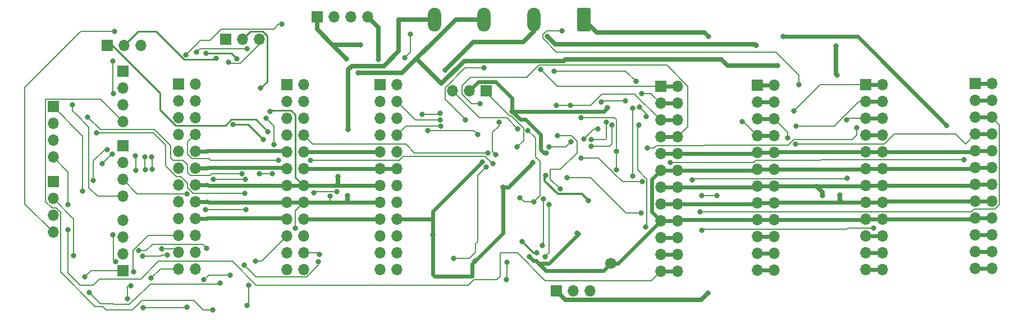
<source format=gbl>
%TF.GenerationSoftware,KiCad,Pcbnew,(6.0.2)*%
%TF.CreationDate,2022-03-04T11:59:50-06:00*%
%TF.ProjectId,rev1,72657631-2e6b-4696-9361-645f70636258,rev?*%
%TF.SameCoordinates,Original*%
%TF.FileFunction,Copper,L2,Bot*%
%TF.FilePolarity,Positive*%
%FSLAX46Y46*%
G04 Gerber Fmt 4.6, Leading zero omitted, Abs format (unit mm)*
G04 Created by KiCad (PCBNEW (6.0.2)) date 2022-03-04 11:59:50*
%MOMM*%
%LPD*%
G01*
G04 APERTURE LIST*
G04 Aperture macros list*
%AMRoundRect*
0 Rectangle with rounded corners*
0 $1 Rounding radius*
0 $2 $3 $4 $5 $6 $7 $8 $9 X,Y pos of 4 corners*
0 Add a 4 corners polygon primitive as box body*
4,1,4,$2,$3,$4,$5,$6,$7,$8,$9,$2,$3,0*
0 Add four circle primitives for the rounded corners*
1,1,$1+$1,$2,$3*
1,1,$1+$1,$4,$5*
1,1,$1+$1,$6,$7*
1,1,$1+$1,$8,$9*
0 Add four rect primitives between the rounded corners*
20,1,$1+$1,$2,$3,$4,$5,0*
20,1,$1+$1,$4,$5,$6,$7,0*
20,1,$1+$1,$6,$7,$8,$9,0*
20,1,$1+$1,$8,$9,$2,$3,0*%
G04 Aperture macros list end*
%TA.AperFunction,ComponentPad*%
%ADD10R,1.700000X1.700000*%
%TD*%
%TA.AperFunction,ComponentPad*%
%ADD11O,1.700000X1.700000*%
%TD*%
%TA.AperFunction,ComponentPad*%
%ADD12C,1.700000*%
%TD*%
%TA.AperFunction,ComponentPad*%
%ADD13RoundRect,0.250000X0.750000X1.550000X-0.750000X1.550000X-0.750000X-1.550000X0.750000X-1.550000X0*%
%TD*%
%TA.AperFunction,ComponentPad*%
%ADD14O,2.000000X3.600000*%
%TD*%
%TA.AperFunction,ViaPad*%
%ADD15C,0.800000*%
%TD*%
%TA.AperFunction,Conductor*%
%ADD16C,0.609600*%
%TD*%
%TA.AperFunction,Conductor*%
%ADD17C,0.304800*%
%TD*%
%TA.AperFunction,Conductor*%
%ADD18C,0.709600*%
%TD*%
%TA.AperFunction,Conductor*%
%ADD19C,0.250000*%
%TD*%
%TA.AperFunction,Conductor*%
%ADD20C,0.152400*%
%TD*%
G04 APERTURE END LIST*
D10*
%TO.P,J16,1,Pin_1*%
%TO.N,SWCLK*%
X189394080Y-108560320D03*
D11*
%TO.P,J16,2,Pin_2*%
%TO.N,GND*%
X186854080Y-108560320D03*
%TO.P,J16,3,Pin_3*%
%TO.N,SWDIO*%
X184314080Y-108560320D03*
%TD*%
D12*
%TO.P,J14,1,Pin_1*%
%TO.N,GND*%
X208185000Y-134575000D03*
%TD*%
D10*
%TO.P,J15,1,Pin_1*%
%TO.N,PI_DAC_L*%
X132275000Y-101700000D03*
D11*
%TO.P,J15,2,Pin_2*%
%TO.N,GND*%
X134815000Y-101700000D03*
%TO.P,J15,3,Pin_3*%
%TO.N,PI_DAC_R*%
X137355000Y-101700000D03*
%TD*%
D10*
%TO.P,J18,1,Pin_1*%
%TO.N,TRIG_A*%
X159310000Y-107600000D03*
D11*
%TO.P,J18,2,Pin_2*%
X161850000Y-107600000D03*
%TO.P,J18,3,Pin_3*%
%TO.N,SDL_A*%
X159310000Y-110140000D03*
%TO.P,J18,4,Pin_4*%
X161850000Y-110140000D03*
%TO.P,J18,5,Pin_5*%
%TO.N,SDA_A*%
X159310000Y-112680000D03*
%TO.P,J18,6,Pin_6*%
X161850000Y-112680000D03*
%TO.P,J18,7,Pin_7*%
%TO.N,DET_A*%
X159310000Y-115220000D03*
%TO.P,J18,8,Pin_8*%
X161850000Y-115220000D03*
%TO.P,J18,9,Pin_9*%
%TO.N,5V*%
X159310000Y-117760000D03*
%TO.P,J18,10,Pin_10*%
X161850000Y-117760000D03*
%TO.P,J18,11,Pin_11*%
%TO.N,GND*%
X159310000Y-120300000D03*
%TO.P,J18,12,Pin_12*%
X161850000Y-120300000D03*
%TO.P,J18,13,Pin_13*%
%TO.N,-12V*%
X159310000Y-122840000D03*
%TO.P,J18,14,Pin_14*%
X161850000Y-122840000D03*
%TO.P,J18,15,Pin_15*%
%TO.N,+12V*%
X159310000Y-125380000D03*
%TO.P,J18,16,Pin_16*%
X161850000Y-125380000D03*
%TO.P,J18,17,Pin_17*%
%TO.N,GND*%
X159310000Y-127920000D03*
%TO.P,J18,18,Pin_18*%
X161850000Y-127920000D03*
%TO.P,J18,19,Pin_19*%
%TO.N,A_IN_A*%
X159310000Y-130460000D03*
%TO.P,J18,20,Pin_20*%
X161850000Y-130460000D03*
%TO.P,J18,21,Pin_21*%
%TO.N,A_OUT_R_A*%
X159310000Y-133000000D03*
%TO.P,J18,22,Pin_22*%
X161850000Y-133000000D03*
%TO.P,J18,23,Pin_23*%
%TO.N,A_OUT_L_A*%
X159310000Y-135540000D03*
%TO.P,J18,24,Pin_24*%
X161850000Y-135540000D03*
%TD*%
D10*
%TO.P,J7,1,Pin_1*%
%TO.N,Net-(J7-Pad1)*%
X134600000Y-135740000D03*
D11*
%TO.P,J7,2,Pin_2*%
%TO.N,Net-(J7-Pad2)*%
X134600000Y-133200000D03*
%TO.P,J7,3,Pin_3*%
%TO.N,Net-(J7-Pad3)*%
X134600000Y-130660000D03*
%TO.P,J7,4,Pin_4*%
%TO.N,A_OUT_L_1*%
X134600000Y-128120000D03*
%TD*%
D10*
%TO.P,J5,1,Pin_1*%
%TO.N,GPIO9*%
X246615000Y-107615000D03*
D11*
%TO.P,J5,2,Pin_2*%
X249155000Y-107615000D03*
%TO.P,J5,3,Pin_3*%
%TO.N,GPIO7*%
X246615000Y-110155000D03*
%TO.P,J5,4,Pin_4*%
X249155000Y-110155000D03*
%TO.P,J5,5,Pin_5*%
%TO.N,GPIO6*%
X246615000Y-112695000D03*
%TO.P,J5,6,Pin_6*%
X249155000Y-112695000D03*
%TO.P,J5,7,Pin_7*%
%TO.N,DET_2*%
X246615000Y-115235000D03*
%TO.P,J5,8,Pin_8*%
X249155000Y-115235000D03*
%TO.P,J5,9,Pin_9*%
%TO.N,5V*%
X246615000Y-117775000D03*
%TO.P,J5,10,Pin_10*%
X249155000Y-117775000D03*
%TO.P,J5,11,Pin_11*%
%TO.N,GND*%
X246615000Y-120315000D03*
%TO.P,J5,12,Pin_12*%
X249155000Y-120315000D03*
%TO.P,J5,13,Pin_13*%
%TO.N,-12V*%
X246615000Y-122855000D03*
%TO.P,J5,14,Pin_14*%
X249155000Y-122855000D03*
%TO.P,J5,15,Pin_15*%
%TO.N,+12V*%
X246615000Y-125395000D03*
%TO.P,J5,16,Pin_16*%
X249155000Y-125395000D03*
%TO.P,J5,17,Pin_17*%
%TO.N,GND*%
X246615000Y-127935000D03*
%TO.P,J5,18,Pin_18*%
X249155000Y-127935000D03*
%TO.P,J5,19,Pin_19*%
%TO.N,A_IN_2*%
X246615000Y-130475000D03*
%TO.P,J5,20,Pin_20*%
X249155000Y-130475000D03*
%TO.P,J5,21,Pin_21*%
%TO.N,A_OUT_R_2*%
X246615000Y-133015000D03*
%TO.P,J5,22,Pin_22*%
X249155000Y-133015000D03*
%TO.P,J5,23,Pin_23*%
%TO.N,A_OUT_L_2*%
X246615000Y-135555000D03*
%TO.P,J5,24,Pin_24*%
X249155000Y-135555000D03*
%TD*%
D10*
%TO.P,J8,1,Pin_1*%
%TO.N,Net-(J8-Pad1)*%
X124100000Y-122250000D03*
D11*
%TO.P,J8,2,Pin_2*%
%TO.N,Net-(J8-Pad2)*%
X124100000Y-124790000D03*
%TO.P,J8,3,Pin_3*%
%TO.N,Net-(J8-Pad3)*%
X124100000Y-127330000D03*
%TO.P,J8,4,Pin_4*%
%TO.N,A_OUT_L_2*%
X124100000Y-129870000D03*
%TD*%
D10*
%TO.P,J11,1,Pin_1*%
%TO.N,Net-(J11-Pad1)*%
X134610000Y-105580000D03*
D11*
%TO.P,J11,2,Pin_2*%
%TO.N,Net-(J11-Pad2)*%
X134610000Y-108120000D03*
%TO.P,J11,3,Pin_3*%
%TO.N,Net-(J11-Pad3)*%
X134610000Y-110660000D03*
%TO.P,J11,4,Pin_4*%
%TO.N,A_OUT_L_5*%
X134610000Y-113200000D03*
%TD*%
D10*
%TO.P,J12,1,Pin_1*%
%TO.N,GPIO17*%
X215715000Y-107875000D03*
D11*
%TO.P,J12,2,Pin_2*%
X218255000Y-107875000D03*
%TO.P,J12,3,Pin_3*%
%TO.N,GPIO15*%
X215715000Y-110415000D03*
%TO.P,J12,4,Pin_4*%
X218255000Y-110415000D03*
%TO.P,J12,5,Pin_5*%
%TO.N,GPIO14*%
X215715000Y-112955000D03*
%TO.P,J12,6,Pin_6*%
X218255000Y-112955000D03*
%TO.P,J12,7,Pin_7*%
%TO.N,DET_4*%
X215715000Y-115495000D03*
%TO.P,J12,8,Pin_8*%
X218255000Y-115495000D03*
%TO.P,J12,9,Pin_9*%
%TO.N,5V*%
X215715000Y-118035000D03*
%TO.P,J12,10,Pin_10*%
X218255000Y-118035000D03*
%TO.P,J12,11,Pin_11*%
%TO.N,GND*%
X215715000Y-120575000D03*
%TO.P,J12,12,Pin_12*%
X218255000Y-120575000D03*
%TO.P,J12,13,Pin_13*%
%TO.N,-12V*%
X215715000Y-123115000D03*
%TO.P,J12,14,Pin_14*%
X218255000Y-123115000D03*
%TO.P,J12,15,Pin_15*%
%TO.N,+12V*%
X215715000Y-125655000D03*
%TO.P,J12,16,Pin_16*%
X218255000Y-125655000D03*
%TO.P,J12,17,Pin_17*%
%TO.N,GND*%
X215715000Y-128195000D03*
%TO.P,J12,18,Pin_18*%
X218255000Y-128195000D03*
%TO.P,J12,19,Pin_19*%
%TO.N,A_IN_4*%
X215715000Y-130735000D03*
%TO.P,J12,20,Pin_20*%
X218255000Y-130735000D03*
%TO.P,J12,21,Pin_21*%
%TO.N,A_OUT_R_4*%
X215715000Y-133275000D03*
%TO.P,J12,22,Pin_22*%
X218255000Y-133275000D03*
%TO.P,J12,23,Pin_23*%
%TO.N,A_OUT_L_4*%
X215715000Y-135815000D03*
%TO.P,J12,24,Pin_24*%
X218255000Y-135815000D03*
%TD*%
D10*
%TO.P,J3,1,Pin_1*%
%TO.N,5V*%
X199980000Y-138720000D03*
D11*
%TO.P,J3,2,Pin_2*%
%TO.N,Net-(D6-Pad2)*%
X202520000Y-138720000D03*
%TO.P,J3,3,Pin_3*%
%TO.N,Net-(J2-Pad1)*%
X205060000Y-138720000D03*
%TD*%
D10*
%TO.P,J6,1,Pin_1*%
%TO.N,GPIO13*%
X230330000Y-107700000D03*
D11*
%TO.P,J6,2,Pin_2*%
X232870000Y-107700000D03*
%TO.P,J6,3,Pin_3*%
%TO.N,GPIO11*%
X230330000Y-110240000D03*
%TO.P,J6,4,Pin_4*%
X232870000Y-110240000D03*
%TO.P,J6,5,Pin_5*%
%TO.N,GPIO10*%
X230330000Y-112780000D03*
%TO.P,J6,6,Pin_6*%
X232870000Y-112780000D03*
%TO.P,J6,7,Pin_7*%
%TO.N,DET_3*%
X230330000Y-115320000D03*
%TO.P,J6,8,Pin_8*%
X232870000Y-115320000D03*
%TO.P,J6,9,Pin_9*%
%TO.N,5V*%
X230330000Y-117860000D03*
%TO.P,J6,10,Pin_10*%
X232870000Y-117860000D03*
%TO.P,J6,11,Pin_11*%
%TO.N,GND*%
X230330000Y-120400000D03*
%TO.P,J6,12,Pin_12*%
X232870000Y-120400000D03*
%TO.P,J6,13,Pin_13*%
%TO.N,-12V*%
X230330000Y-122940000D03*
%TO.P,J6,14,Pin_14*%
X232870000Y-122940000D03*
%TO.P,J6,15,Pin_15*%
%TO.N,+12V*%
X230330000Y-125480000D03*
%TO.P,J6,16,Pin_16*%
X232870000Y-125480000D03*
%TO.P,J6,17,Pin_17*%
%TO.N,GND*%
X230330000Y-128020000D03*
%TO.P,J6,18,Pin_18*%
X232870000Y-128020000D03*
%TO.P,J6,19,Pin_19*%
%TO.N,A_IN_3*%
X230330000Y-130560000D03*
%TO.P,J6,20,Pin_20*%
X232870000Y-130560000D03*
%TO.P,J6,21,Pin_21*%
%TO.N,A_OUT_R_3*%
X230330000Y-133100000D03*
%TO.P,J6,22,Pin_22*%
X232870000Y-133100000D03*
%TO.P,J6,23,Pin_23*%
%TO.N,A_OUT_L_3*%
X230330000Y-135640000D03*
%TO.P,J6,24,Pin_24*%
X232870000Y-135640000D03*
%TD*%
D10*
%TO.P,J9,1,Pin_1*%
%TO.N,Net-(J9-Pad1)*%
X134610000Y-116858000D03*
D11*
%TO.P,J9,2,Pin_2*%
%TO.N,Net-(J9-Pad2)*%
X134610000Y-119398000D03*
%TO.P,J9,3,Pin_3*%
%TO.N,Net-(J9-Pad3)*%
X134610000Y-121938000D03*
%TO.P,J9,4,Pin_4*%
%TO.N,A_OUT_L_3*%
X134610000Y-124478000D03*
%TD*%
D10*
%TO.P,J19,1,Pin_1*%
%TO.N,TRIG_B*%
X142990000Y-107470000D03*
D11*
%TO.P,J19,2,Pin_2*%
X145530000Y-107470000D03*
%TO.P,J19,3,Pin_3*%
%TO.N,SDL_B*%
X142990000Y-110010000D03*
%TO.P,J19,4,Pin_4*%
X145530000Y-110010000D03*
%TO.P,J19,5,Pin_5*%
%TO.N,SDA_B*%
X142990000Y-112550000D03*
%TO.P,J19,6,Pin_6*%
X145530000Y-112550000D03*
%TO.P,J19,7,Pin_7*%
%TO.N,DET_B*%
X142990000Y-115090000D03*
%TO.P,J19,8,Pin_8*%
X145530000Y-115090000D03*
%TO.P,J19,9,Pin_9*%
%TO.N,5V*%
X142990000Y-117630000D03*
%TO.P,J19,10,Pin_10*%
X145530000Y-117630000D03*
%TO.P,J19,11,Pin_11*%
%TO.N,GND*%
X142990000Y-120170000D03*
%TO.P,J19,12,Pin_12*%
X145530000Y-120170000D03*
%TO.P,J19,13,Pin_13*%
%TO.N,-12V*%
X142990000Y-122710000D03*
%TO.P,J19,14,Pin_14*%
X145530000Y-122710000D03*
%TO.P,J19,15,Pin_15*%
%TO.N,+12V*%
X142990000Y-125250000D03*
%TO.P,J19,16,Pin_16*%
X145530000Y-125250000D03*
%TO.P,J19,17,Pin_17*%
%TO.N,GND*%
X142990000Y-127790000D03*
%TO.P,J19,18,Pin_18*%
X145530000Y-127790000D03*
%TO.P,J19,19,Pin_19*%
%TO.N,A_IN_B*%
X142990000Y-130330000D03*
%TO.P,J19,20,Pin_20*%
X145530000Y-130330000D03*
%TO.P,J19,21,Pin_21*%
%TO.N,A_OUT_R_B*%
X142990000Y-132870000D03*
%TO.P,J19,22,Pin_22*%
X145530000Y-132870000D03*
%TO.P,J19,23,Pin_23*%
%TO.N,A_OUT_L_B*%
X142990000Y-135410000D03*
%TO.P,J19,24,Pin_24*%
X145530000Y-135410000D03*
%TD*%
D10*
%TO.P,J4,1,Pin_1*%
%TO.N,GPIO5*%
X263145000Y-107455000D03*
D11*
%TO.P,J4,2,Pin_2*%
X265685000Y-107455000D03*
%TO.P,J4,3,Pin_3*%
%TO.N,GPIO3*%
X263145000Y-109995000D03*
%TO.P,J4,4,Pin_4*%
X265685000Y-109995000D03*
%TO.P,J4,5,Pin_5*%
%TO.N,GPIO2*%
X263145000Y-112535000D03*
%TO.P,J4,6,Pin_6*%
X265685000Y-112535000D03*
%TO.P,J4,7,Pin_7*%
%TO.N,DET_1*%
X263145000Y-115075000D03*
%TO.P,J4,8,Pin_8*%
X265685000Y-115075000D03*
%TO.P,J4,9,Pin_9*%
%TO.N,5V*%
X263145000Y-117615000D03*
%TO.P,J4,10,Pin_10*%
X265685000Y-117615000D03*
%TO.P,J4,11,Pin_11*%
%TO.N,GND*%
X263145000Y-120155000D03*
%TO.P,J4,12,Pin_12*%
X265685000Y-120155000D03*
%TO.P,J4,13,Pin_13*%
%TO.N,-12V*%
X263145000Y-122695000D03*
%TO.P,J4,14,Pin_14*%
X265685000Y-122695000D03*
%TO.P,J4,15,Pin_15*%
%TO.N,+12V*%
X263145000Y-125235000D03*
%TO.P,J4,16,Pin_16*%
X265685000Y-125235000D03*
%TO.P,J4,17,Pin_17*%
%TO.N,GND*%
X263145000Y-127775000D03*
%TO.P,J4,18,Pin_18*%
X265685000Y-127775000D03*
%TO.P,J4,19,Pin_19*%
%TO.N,A_IN_1*%
X263145000Y-130315000D03*
%TO.P,J4,20,Pin_20*%
X265685000Y-130315000D03*
%TO.P,J4,21,Pin_21*%
%TO.N,A_OUT_R_1*%
X263145000Y-132855000D03*
%TO.P,J4,22,Pin_22*%
X265685000Y-132855000D03*
%TO.P,J4,23,Pin_23*%
%TO.N,A_OUT_L_1*%
X263145000Y-135395000D03*
%TO.P,J4,24,Pin_24*%
X265685000Y-135395000D03*
%TD*%
D10*
%TO.P,J1,1,VBUS*%
%TO.N,5V*%
X163900000Y-97320000D03*
D11*
%TO.P,J1,2,D-*%
%TO.N,unconnected-(J1-Pad2)*%
X166440000Y-97320000D03*
%TO.P,J1,3,D+*%
%TO.N,unconnected-(J1-Pad3)*%
X168980000Y-97320000D03*
%TO.P,J1,4,GND*%
%TO.N,GND*%
X171520000Y-97320000D03*
%TD*%
D10*
%TO.P,J17,1,Pin_1*%
%TO.N,Net-(J17-Pad1)*%
X150115000Y-100750000D03*
D11*
%TO.P,J17,2,Pin_2*%
%TO.N,GND*%
X152655000Y-100750000D03*
%TO.P,J17,3,Pin_3*%
%TO.N,Net-(J17-Pad3)*%
X155195000Y-100750000D03*
%TD*%
D13*
%TO.P,J20,1,Pin_1*%
%TO.N,5V*%
X204100000Y-97737500D03*
D14*
%TO.P,J20,2,Pin_2*%
%TO.N,GND*%
X196600000Y-97737500D03*
%TO.P,J20,3,Pin_3*%
%TO.N,-12V*%
X189100000Y-97737500D03*
%TO.P,J20,4,Pin_4*%
%TO.N,+12V*%
X181600000Y-97737500D03*
%TD*%
D10*
%TO.P,J13,1,Pin_1*%
%TO.N,GPIO21*%
X173400000Y-107600000D03*
D11*
%TO.P,J13,2,Pin_2*%
X175940000Y-107600000D03*
%TO.P,J13,3,Pin_3*%
%TO.N,GPIO19*%
X173400000Y-110140000D03*
%TO.P,J13,4,Pin_4*%
X175940000Y-110140000D03*
%TO.P,J13,5,Pin_5*%
%TO.N,GPIO18*%
X173400000Y-112680000D03*
%TO.P,J13,6,Pin_6*%
X175940000Y-112680000D03*
%TO.P,J13,7,Pin_7*%
%TO.N,DET_5*%
X173400000Y-115220000D03*
%TO.P,J13,8,Pin_8*%
X175940000Y-115220000D03*
%TO.P,J13,9,Pin_9*%
%TO.N,5V*%
X173400000Y-117760000D03*
%TO.P,J13,10,Pin_10*%
X175940000Y-117760000D03*
%TO.P,J13,11,Pin_11*%
%TO.N,GND*%
X173400000Y-120300000D03*
%TO.P,J13,12,Pin_12*%
X175940000Y-120300000D03*
%TO.P,J13,13,Pin_13*%
%TO.N,-12V*%
X173400000Y-122840000D03*
%TO.P,J13,14,Pin_14*%
X175940000Y-122840000D03*
%TO.P,J13,15,Pin_15*%
%TO.N,+12V*%
X173400000Y-125380000D03*
%TO.P,J13,16,Pin_16*%
X175940000Y-125380000D03*
%TO.P,J13,17,Pin_17*%
%TO.N,GND*%
X173400000Y-127920000D03*
%TO.P,J13,18,Pin_18*%
X175940000Y-127920000D03*
%TO.P,J13,19,Pin_19*%
%TO.N,A_IN_5*%
X173400000Y-130460000D03*
%TO.P,J13,20,Pin_20*%
X175940000Y-130460000D03*
%TO.P,J13,21,Pin_21*%
%TO.N,A_OUT_R_5*%
X173400000Y-133000000D03*
%TO.P,J13,22,Pin_22*%
X175940000Y-133000000D03*
%TO.P,J13,23,Pin_23*%
%TO.N,A_OUT_L_5*%
X173400000Y-135540000D03*
%TO.P,J13,24,Pin_24*%
X175940000Y-135540000D03*
%TD*%
D10*
%TO.P,J10,1,Pin_1*%
%TO.N,Net-(J10-Pad1)*%
X124120000Y-110940000D03*
D11*
%TO.P,J10,2,Pin_2*%
%TO.N,Net-(J10-Pad2)*%
X124120000Y-113480000D03*
%TO.P,J10,3,Pin_3*%
%TO.N,Net-(J10-Pad3)*%
X124120000Y-116020000D03*
%TO.P,J10,4,Pin_4*%
%TO.N,A_OUT_L_4*%
X124120000Y-118560000D03*
%TD*%
D15*
%TO.N,GND*%
X187732920Y-134260040D03*
X207700000Y-111100000D03*
X203094840Y-130071580D03*
X155410000Y-108120000D03*
X193333620Y-111651500D03*
X148680000Y-103630000D03*
X156230000Y-112700000D03*
X181361060Y-130312420D03*
X198500000Y-117950000D03*
X195900000Y-133560000D03*
X183230000Y-105400000D03*
X157360000Y-116697700D03*
X196460360Y-119388340D03*
X198400000Y-121316140D03*
X188811274Y-119269454D03*
X173180000Y-103750000D03*
X204855060Y-125108420D03*
X191969640Y-123109440D03*
%TO.N,+1V1*%
X195712383Y-114526444D03*
X194474080Y-124674080D03*
X196594354Y-125332566D03*
%TO.N,+3V3*%
X209050000Y-117700000D03*
X190875000Y-118150000D03*
X203725000Y-112555800D03*
X209075000Y-120425000D03*
X191375000Y-113297369D03*
%TO.N,Net-(D6-Pad2)*%
X197030000Y-132990000D03*
X194790000Y-131300000D03*
%TO.N,Net-(J2-Pad1)*%
X192500000Y-134425000D03*
X192469082Y-137102263D03*
%TO.N,SWCLK*%
X194060952Y-117018991D03*
%TO.N,SWDIO*%
X194148933Y-114247380D03*
%TO.N,GPIO24*%
X184467670Y-133874741D03*
X189400000Y-120077170D03*
%TO.N,QSPI_SS*%
X200610720Y-123386300D03*
X200194831Y-115289393D03*
%TO.N,GPIO2*%
X212740000Y-127000000D03*
X221650000Y-126830000D03*
X201640000Y-121660000D03*
%TO.N,GPIO3*%
X217190000Y-119390000D03*
X261450000Y-118930000D03*
%TO.N,GPIO5*%
X213710000Y-117180000D03*
X245320000Y-114080000D03*
%TO.N,GPIO19*%
X186282802Y-112907802D03*
X182454380Y-112907802D03*
X189050000Y-105075000D03*
%TO.N,GPIO21*%
X180575000Y-114575700D03*
X188165293Y-115159707D03*
%TO.N,QSPI_SCLK*%
X197857360Y-131923240D03*
X198053566Y-124879194D03*
%TO.N,QSPI_SD0*%
X198868906Y-125694534D03*
X198263760Y-133584400D03*
%TO.N,5V*%
X168360000Y-103700000D03*
X222930000Y-100310000D03*
X234160000Y-100340000D03*
X170410000Y-101610000D03*
X258850000Y-113750000D03*
X222885000Y-139065000D03*
%TO.N,GPIO10*%
X211520000Y-121400000D03*
X224200000Y-124340000D03*
X221930700Y-124320000D03*
X211500000Y-111180000D03*
X234910000Y-115620000D03*
%TO.N,DET_1*%
X236080000Y-116580000D03*
%TO.N,-12V*%
X167030000Y-121520000D03*
X233370000Y-104730000D03*
X240110000Y-124380000D03*
X170080000Y-105850000D03*
X156780000Y-111640000D03*
%TO.N,+12V*%
X165900000Y-124420000D03*
X242290000Y-106120000D03*
X168600000Y-114350000D03*
X160590000Y-129240000D03*
X242740000Y-124280000D03*
X230120000Y-101630000D03*
X168500000Y-124320000D03*
X242160000Y-101760000D03*
X198628000Y-100330000D03*
%TO.N,A_OUT_L_1*%
X153330000Y-102150000D03*
X145730000Y-102660000D03*
X136500000Y-118360000D03*
X133140000Y-104020000D03*
X136560000Y-120550000D03*
X133190000Y-108990000D03*
%TO.N,GPIO9*%
X205275500Y-115925428D03*
X235820000Y-111590000D03*
X213500000Y-112400000D03*
X212530000Y-111000000D03*
X207483248Y-113231500D03*
%TO.N,GPIO7*%
X236150000Y-113860000D03*
%TO.N,GPIO6*%
X243834300Y-121720000D03*
X203675500Y-118650000D03*
X220450000Y-121980000D03*
X243790000Y-112940000D03*
X212980000Y-122250000D03*
%TO.N,DET_2*%
X213490563Y-129140563D03*
X212400000Y-113684300D03*
X208374300Y-113684300D03*
X221930700Y-129610000D03*
X205240000Y-116924300D03*
X247800000Y-129260000D03*
%TO.N,A_OUT_L_2*%
X177140000Y-103520000D03*
X177990000Y-100004300D03*
X133330000Y-99580000D03*
%TO.N,GPIO13*%
X206795700Y-110180917D03*
X210400000Y-110070000D03*
%TO.N,DET_3*%
X206260000Y-114325500D03*
X202220669Y-116198711D03*
X198863260Y-116985440D03*
X228040000Y-113180000D03*
X204140000Y-115850000D03*
%TO.N,A_OUT_L_3*%
X158550000Y-98465700D03*
X236580000Y-107620000D03*
X127010000Y-110670000D03*
X200860000Y-99450000D03*
X144150000Y-103070000D03*
%TO.N,Net-(J7-Pad1)*%
X128900000Y-136640000D03*
%TO.N,Net-(J8-Pad2)*%
X127190000Y-133430000D03*
X149310000Y-137600000D03*
X129540000Y-139000000D03*
%TO.N,Net-(J8-Pad3)*%
X152533913Y-121046300D03*
X129320000Y-112480000D03*
%TO.N,Net-(J9-Pad1)*%
X131530000Y-119540000D03*
X133020000Y-118130000D03*
%TO.N,Net-(J9-Pad3)*%
X153100000Y-121935700D03*
X148251847Y-121935430D03*
X144260000Y-124080000D03*
%TO.N,Net-(J10-Pad1)*%
X128525700Y-123700000D03*
%TO.N,Net-(J10-Pad2)*%
X152960000Y-124050000D03*
X130680000Y-114890000D03*
%TO.N,Net-(J10-Pad3)*%
X133130000Y-130270000D03*
X133543780Y-134327083D03*
%TO.N,A_OUT_L_4*%
X126365000Y-129540000D03*
X126365000Y-125730000D03*
%TO.N,Net-(J11-Pad1)*%
X130170000Y-122080000D03*
X132230000Y-117390000D03*
%TO.N,Net-(J11-Pad2)*%
X146860000Y-137030000D03*
X150760000Y-136350000D03*
X138960000Y-118490000D03*
X139010000Y-120390000D03*
%TO.N,Net-(J11-Pad3)*%
X138012571Y-120454350D03*
X137961796Y-118540929D03*
%TO.N,A_OUT_L_5*%
X148190000Y-141604500D03*
%TO.N,GPIO17*%
X197641982Y-105343266D03*
%TO.N,DET_4*%
X188513576Y-110480000D03*
%TO.N,DET_5*%
X182575000Y-113900000D03*
%TO.N,PI_DAC_L*%
X156490000Y-114690000D03*
%TO.N,PI_DAC_R*%
X147180000Y-102850000D03*
X151850000Y-103700000D03*
%TO.N,Net-(J17-Pad3)*%
X150580000Y-104200000D03*
%TO.N,DET_A*%
X189650000Y-117906301D03*
%TO.N,A_IN_A*%
X154570000Y-134270000D03*
%TO.N,A_OUT_R_A*%
X164300000Y-133210000D03*
%TO.N,A_OUT_L_A*%
X166870000Y-123744300D03*
X157190000Y-121090000D03*
X163430000Y-123940000D03*
X155159385Y-121060594D03*
%TO.N,DET_B*%
X162864300Y-119020000D03*
X158070000Y-119020000D03*
X190407297Y-119517297D03*
%TO.N,A_IN_B*%
X135320000Y-139930000D03*
X135830000Y-138000000D03*
X136250000Y-135850000D03*
X153162000Y-126492000D03*
X147066000Y-126492000D03*
%TO.N,A_OUT_R_B*%
X140475700Y-132430000D03*
%TO.N,A_OUT_L_B*%
X138870000Y-136840000D03*
%TO.N,GPIO14*%
X200022661Y-110747200D03*
X202100000Y-110700000D03*
%TO.N,Net-(R21-Pad2)*%
X137700000Y-141260000D03*
X153570000Y-137930000D03*
X153340000Y-140950000D03*
X144270000Y-141230000D03*
%TO.N,NoEffect*%
X147220000Y-132330000D03*
X137023058Y-132700048D03*
%TO.N,Net-(R35-Pad2)*%
X137580000Y-133530000D03*
X155800000Y-115930000D03*
X151250000Y-113650000D03*
X141340000Y-133340000D03*
%TO.N,NO_OUT_R*%
X152880000Y-134830000D03*
X164090000Y-134390000D03*
%TO.N,GPIO15*%
X212834300Y-108910000D03*
X199678053Y-105550000D03*
X211980000Y-107100000D03*
%TO.N,GPIO18*%
X182480699Y-111908646D03*
X179750000Y-112050000D03*
%TD*%
D16*
%TO.N,GND*%
X262985000Y-120315000D02*
X263145000Y-120155000D01*
X218430000Y-128020000D02*
X218255000Y-128195000D01*
X181300000Y-127920000D02*
X175940000Y-127920000D01*
X159152000Y-120142000D02*
X159310000Y-120300000D01*
X246615000Y-120315000D02*
X249155000Y-120315000D01*
X262985000Y-127935000D02*
X263145000Y-127775000D01*
X249155000Y-127935000D02*
X262985000Y-127935000D01*
D17*
X198248520Y-121467620D02*
X198400000Y-121316140D01*
D18*
X173180000Y-98980000D02*
X171520000Y-97320000D01*
D16*
X198100000Y-117950000D02*
X198500000Y-117950000D01*
X265685000Y-127775000D02*
X263145000Y-127775000D01*
X190881009Y-107206009D02*
X193333620Y-109658620D01*
D18*
X183230000Y-105400000D02*
X187430000Y-101200000D01*
D19*
X153829511Y-99575489D02*
X155695489Y-99575489D01*
D16*
X147292000Y-127790000D02*
X147320000Y-127762000D01*
X198882301Y-134591459D02*
X203366620Y-130107140D01*
X203366620Y-130107140D02*
X203130400Y-130107140D01*
X195320289Y-112855460D02*
X197610000Y-115145171D01*
X194537580Y-112855460D02*
X195320289Y-112855460D01*
X263145000Y-120155000D02*
X265685000Y-120155000D01*
D19*
X152655000Y-100750000D02*
X153829511Y-99575489D01*
D16*
X197304859Y-134591459D02*
X198882301Y-134591459D01*
D18*
X196600000Y-99580000D02*
X196600000Y-97737500D01*
D16*
X197610000Y-117420000D02*
X197590000Y-117440000D01*
D19*
X155695489Y-99575489D02*
X156369511Y-100249511D01*
X148515489Y-103794511D02*
X148680000Y-103630000D01*
D16*
X249155000Y-120315000D02*
X262985000Y-120315000D01*
X230330000Y-128020000D02*
X232870000Y-128020000D01*
X187291960Y-134701000D02*
X187732920Y-134260040D01*
X181361060Y-127981060D02*
X181300000Y-127920000D01*
X188208391Y-107206009D02*
X190881009Y-107206009D01*
D19*
X156369511Y-100249511D02*
X156369511Y-107160489D01*
D16*
X187291960Y-136530340D02*
X187291960Y-134701000D01*
X197610000Y-115145171D02*
X197610000Y-117420000D01*
X181361060Y-130312420D02*
X181361060Y-136263640D01*
D19*
X134815000Y-101700000D02*
X136939511Y-99575489D01*
D16*
X215715000Y-128195000D02*
X209335000Y-134575000D01*
D17*
X200249567Y-124138701D02*
X198248520Y-122137654D01*
D16*
X205581500Y-111651500D02*
X207148500Y-111651500D01*
X192772280Y-123076420D02*
X192002660Y-123076420D01*
D17*
X198248520Y-122137654D02*
X198248520Y-121467620D01*
D16*
X181361060Y-126719668D02*
X188811274Y-119269454D01*
X230155000Y-120575000D02*
X230330000Y-120400000D01*
X215715000Y-120575000D02*
X214360689Y-121929311D01*
D19*
X156369511Y-107160489D02*
X155410000Y-108120000D01*
D16*
X196904860Y-134191460D02*
X197304859Y-134591459D01*
X246530000Y-128020000D02*
X246615000Y-127935000D01*
X207148500Y-111651500D02*
X207700000Y-111100000D01*
X159152000Y-127762000D02*
X159310000Y-127920000D01*
D20*
X156230000Y-112700000D02*
X157360000Y-113830000D01*
D18*
X187430000Y-101200000D02*
X194980000Y-101200000D01*
D16*
X173400000Y-120300000D02*
X161850000Y-120300000D01*
X232870000Y-128020000D02*
X246530000Y-128020000D01*
X215715000Y-120575000D02*
X218255000Y-120575000D01*
X191969640Y-130023320D02*
X187732920Y-134260040D01*
X246530000Y-120400000D02*
X246615000Y-120315000D01*
X214360689Y-121929311D02*
X214360689Y-126840689D01*
X232870000Y-120400000D02*
X230330000Y-120400000D01*
D17*
X203885341Y-124138701D02*
X200249567Y-124138701D01*
D16*
X232870000Y-120400000D02*
X246530000Y-120400000D01*
X187291960Y-136530340D02*
X181627760Y-136530340D01*
X249155000Y-127935000D02*
X246615000Y-127935000D01*
D18*
X194980000Y-101200000D02*
X196600000Y-99580000D01*
D16*
X181361060Y-127981060D02*
X181361060Y-126719668D01*
D19*
X136939511Y-99575489D02*
X139615489Y-99575489D01*
D16*
X197590000Y-117440000D02*
X198100000Y-117950000D01*
X175940000Y-120300000D02*
X173400000Y-120300000D01*
X209335000Y-134575000D02*
X208185000Y-134575000D01*
X147292000Y-120170000D02*
X145530000Y-120170000D01*
X192772280Y-123076420D02*
X196460360Y-119388340D01*
X147320000Y-120142000D02*
X147292000Y-120170000D01*
D19*
X143834511Y-103794511D02*
X148515489Y-103794511D01*
D16*
X147320000Y-120142000D02*
X159152000Y-120142000D01*
D17*
X204855060Y-125108420D02*
X203885341Y-124138701D01*
D16*
X196531460Y-134191460D02*
X195900000Y-133560000D01*
X218255000Y-128195000D02*
X215715000Y-128195000D01*
X161850000Y-127920000D02*
X173400000Y-127920000D01*
X198380600Y-135667200D02*
X207092800Y-135667200D01*
X214360689Y-126840689D02*
X215715000Y-128195000D01*
X147320000Y-127762000D02*
X159152000Y-127762000D01*
X194537580Y-112855460D02*
X193333620Y-111651500D01*
D20*
X157360000Y-113830000D02*
X157360000Y-116697700D01*
D16*
X207092800Y-135667200D02*
X208185000Y-134575000D01*
X196904860Y-134191460D02*
X198380600Y-135667200D01*
X193333620Y-109658620D02*
X193333620Y-111651500D01*
D19*
X139615489Y-99575489D02*
X143834511Y-103794511D01*
D16*
X230330000Y-128020000D02*
X218430000Y-128020000D01*
X193333620Y-111651500D02*
X205581500Y-111651500D01*
D18*
X173180000Y-103750000D02*
X173180000Y-98980000D01*
D16*
X145530000Y-127790000D02*
X147292000Y-127790000D01*
X181361060Y-130312420D02*
X181361060Y-127981060D01*
X181361060Y-136263640D02*
X181627760Y-136530340D01*
X203130400Y-130107140D02*
X203094840Y-130071580D01*
X192002660Y-123076420D02*
X191969640Y-123109440D01*
X196904860Y-134191460D02*
X196531460Y-134191460D01*
X186854080Y-108560320D02*
X188208391Y-107206009D01*
X191969640Y-123109440D02*
X191969640Y-130023320D01*
X218255000Y-120575000D02*
X230155000Y-120575000D01*
D20*
%TO.N,+1V1*%
X194474080Y-124674080D02*
X195132566Y-125332566D01*
X197537231Y-124389689D02*
X196594354Y-125332566D01*
X197537231Y-119238391D02*
X197537231Y-124389689D01*
X196839191Y-115653252D02*
X196839191Y-118540351D01*
X196839191Y-118540351D02*
X197537231Y-119238391D01*
X195712383Y-114526444D02*
X196839191Y-115653252D01*
X195132566Y-125332566D02*
X196594354Y-125332566D01*
%TO.N,+3V3*%
X191375000Y-113297369D02*
X191375000Y-113826020D01*
X209050000Y-112875000D02*
X209050000Y-117700000D01*
X209075000Y-117725000D02*
X209050000Y-117700000D01*
X191375000Y-113826020D02*
X190366900Y-114834120D01*
X209075000Y-120425000D02*
X209075000Y-117725000D01*
X190366900Y-114834120D02*
X190366900Y-117641900D01*
X190366900Y-117641900D02*
X190875000Y-118150000D01*
X208730800Y-112555800D02*
X209050000Y-112875000D01*
X203725000Y-112555800D02*
X208730800Y-112555800D01*
D19*
%TO.N,Net-(D6-Pad2)*%
X196480000Y-132990000D02*
X197030000Y-132990000D01*
X194790000Y-131300000D02*
X196480000Y-132990000D01*
D20*
%TO.N,Net-(J2-Pad1)*%
X192500000Y-137071345D02*
X192500000Y-134425000D01*
X192469082Y-137102263D02*
X192500000Y-137071345D01*
%TO.N,SWCLK*%
X195036672Y-114179518D02*
X193182154Y-112325000D01*
X194060952Y-117018991D02*
X195036672Y-116043271D01*
X189394080Y-108744080D02*
X189394080Y-108560320D01*
X195036672Y-116043271D02*
X195036672Y-114179518D01*
X193182154Y-112325000D02*
X192975000Y-112325000D01*
X192975000Y-112325000D02*
X189394080Y-108744080D01*
%TO.N,SWDIO*%
X188375429Y-112621669D02*
X190753331Y-112621669D01*
X184314080Y-108560320D02*
X188375429Y-112621669D01*
X194148933Y-114247380D02*
X192523222Y-112621669D01*
X192523222Y-112621669D02*
X190753331Y-112621669D01*
%TO.N,GPIO24*%
X188111380Y-131328880D02*
X187835819Y-131604441D01*
X189400000Y-120077170D02*
X189062670Y-120414500D01*
X184467670Y-133874741D02*
X186875259Y-133874741D01*
X189043560Y-120414500D02*
X188111380Y-121346680D01*
X187835819Y-131604441D02*
X187835819Y-132914181D01*
X187835819Y-132914181D02*
X186875259Y-133874741D01*
X189062670Y-120414500D02*
X189043560Y-120414500D01*
X188111380Y-121346680D02*
X188111380Y-131328880D01*
%TO.N,QSPI_SS*%
X200194831Y-115289393D02*
X202266952Y-115289393D01*
X199091800Y-120411800D02*
X199091800Y-121867380D01*
X200568200Y-120411800D02*
X199091800Y-120411800D01*
X203090000Y-116112441D02*
X203090000Y-117890000D01*
X202266952Y-115289393D02*
X203090000Y-116112441D01*
X203090000Y-117890000D02*
X200568200Y-120411800D01*
X199091800Y-121867380D02*
X200610720Y-123386300D01*
%TO.N,GPIO2*%
X262540711Y-126809289D02*
X262989289Y-126360711D01*
X262989289Y-126360711D02*
X266151286Y-126360711D01*
X221670711Y-126809289D02*
X262540711Y-126809289D01*
X210500000Y-127000000D02*
X212740000Y-127000000D01*
D16*
X263145000Y-112535000D02*
X265685000Y-112535000D01*
D20*
X201640000Y-121660000D02*
X205160000Y-121660000D01*
X266820000Y-125691997D02*
X266820000Y-113670000D01*
X266820000Y-113670000D02*
X265685000Y-112535000D01*
X221650000Y-126830000D02*
X221670711Y-126809289D01*
X209520000Y-126020000D02*
X210500000Y-127000000D01*
X205160000Y-121660000D02*
X209520000Y-126020000D01*
X266151286Y-126360711D02*
X266820000Y-125691997D01*
%TO.N,GPIO3*%
X239860000Y-118940000D02*
X261110000Y-118940000D01*
X239790000Y-119010000D02*
X239860000Y-118940000D01*
X230050000Y-119010000D02*
X239790000Y-119010000D01*
X261440000Y-118940000D02*
X261450000Y-118930000D01*
X217190000Y-119390000D02*
X229670000Y-119390000D01*
X229670000Y-119390000D02*
X230050000Y-119010000D01*
D16*
X265685000Y-109995000D02*
X263145000Y-109995000D01*
D20*
X261110000Y-118940000D02*
X261440000Y-118940000D01*
%TO.N,GPIO5*%
X214710000Y-117180000D02*
X214740000Y-117180000D01*
X214740000Y-117180000D02*
X215060000Y-116860000D01*
X235800110Y-115904289D02*
X244604289Y-115904289D01*
X222395711Y-116734289D02*
X234970110Y-116734289D01*
X222270000Y-116860000D02*
X222395711Y-116734289D01*
X244604289Y-115904289D02*
X245320000Y-115188578D01*
X214380000Y-117180000D02*
X214710000Y-117180000D01*
X215060000Y-116860000D02*
X222270000Y-116860000D01*
X234970110Y-116734289D02*
X235800110Y-115904289D01*
D16*
X263145000Y-107455000D02*
X265685000Y-107455000D01*
D20*
X213710000Y-117180000D02*
X214380000Y-117180000D01*
X245320000Y-115188578D02*
X245320000Y-114080000D01*
%TO.N,GPIO19*%
X183188369Y-109772715D02*
X183188369Y-108094034D01*
X186207403Y-105075000D02*
X189050000Y-105075000D01*
X186000000Y-112584346D02*
X186000000Y-112625000D01*
X183188369Y-108094034D02*
X186207403Y-105075000D01*
X178707802Y-112907802D02*
X175940000Y-110140000D01*
X186000000Y-112625000D02*
X186282802Y-112907802D01*
X186000000Y-112584346D02*
X183188369Y-109772715D01*
X182454380Y-112907802D02*
X178707802Y-112907802D01*
%TO.N,GPIO21*%
X187581297Y-114575711D02*
X180775711Y-114575711D01*
X180575011Y-114575711D02*
X180575000Y-114575700D01*
X180775711Y-114575711D02*
X180575011Y-114575711D01*
X188165293Y-115159707D02*
X187581297Y-114575711D01*
%TO.N,QSPI_SCLK*%
X198053566Y-124879194D02*
X198053566Y-131727034D01*
X198053566Y-131727034D02*
X197857360Y-131923240D01*
%TO.N,QSPI_SD0*%
X198868906Y-132979254D02*
X198263760Y-133584400D01*
X198868906Y-125694534D02*
X198868906Y-132979254D01*
D16*
%TO.N,5V*%
X246615000Y-117775000D02*
X249155000Y-117775000D01*
D18*
X166270000Y-101610000D02*
X170410000Y-101610000D01*
D16*
X248560000Y-103460000D02*
X245440000Y-100340000D01*
X262985000Y-117775000D02*
X263145000Y-117615000D01*
X222930000Y-100310000D02*
X222455689Y-99835689D01*
D18*
X221190689Y-140124311D02*
X221825689Y-140124311D01*
D16*
X147320000Y-117602000D02*
X159152000Y-117602000D01*
D18*
X218600000Y-99730000D02*
X222350000Y-99730000D01*
D16*
X147292000Y-117630000D02*
X145530000Y-117630000D01*
X246615000Y-117775000D02*
X232955000Y-117775000D01*
X265685000Y-117615000D02*
X263145000Y-117615000D01*
X258850000Y-113750000D02*
X248560000Y-103460000D01*
X159152000Y-117602000D02*
X159310000Y-117760000D01*
X161850000Y-117760000D02*
X173400000Y-117760000D01*
D18*
X168360000Y-103700000D02*
X166220000Y-101560000D01*
X206092500Y-99730000D02*
X204100000Y-97737500D01*
D16*
X249155000Y-117775000D02*
X262985000Y-117775000D01*
D18*
X166220000Y-101560000D02*
X163900000Y-99240000D01*
D16*
X215715000Y-118035000D02*
X218255000Y-118035000D01*
X147320000Y-117602000D02*
X147292000Y-117630000D01*
D18*
X163900000Y-99240000D02*
X163900000Y-97320000D01*
X166220000Y-101560000D02*
X166270000Y-101610000D01*
D16*
X232955000Y-117775000D02*
X232870000Y-117860000D01*
X230155000Y-118035000D02*
X230330000Y-117860000D01*
D18*
X221825689Y-140124311D02*
X222885000Y-139065000D01*
X201384311Y-140124311D02*
X221190689Y-140124311D01*
D16*
X232870000Y-117860000D02*
X230330000Y-117860000D01*
D18*
X218600000Y-99730000D02*
X206092500Y-99730000D01*
X222350000Y-99730000D02*
X222455689Y-99835689D01*
D16*
X218255000Y-118035000D02*
X230155000Y-118035000D01*
D18*
X199980000Y-138720000D02*
X201384311Y-140124311D01*
D16*
X245440000Y-100340000D02*
X234160000Y-100340000D01*
D20*
%TO.N,GPIO10*%
X211500000Y-111180000D02*
X211500000Y-121380000D01*
X234910000Y-114820000D02*
X232870000Y-112780000D01*
X221930700Y-124320000D02*
X224180000Y-124320000D01*
D16*
X230330000Y-112780000D02*
X232870000Y-112780000D01*
D20*
X211500000Y-121380000D02*
X211520000Y-121400000D01*
X234910000Y-115620000D02*
X234910000Y-114820000D01*
X224180000Y-124320000D02*
X224200000Y-124340000D01*
D16*
%TO.N,GPIO11*%
X232870000Y-110240000D02*
X230330000Y-110240000D01*
D20*
%TO.N,DET_1*%
X251000000Y-115050000D02*
X249470000Y-116580000D01*
D16*
X265685000Y-115075000D02*
X263145000Y-115075000D01*
D20*
X261685000Y-116535000D02*
X263145000Y-115075000D01*
X261685000Y-116535000D02*
X260200000Y-115050000D01*
X260200000Y-115050000D02*
X251000000Y-115050000D01*
X249470000Y-116580000D02*
X236080000Y-116580000D01*
D18*
%TO.N,-12V*%
X184812500Y-97737500D02*
X189100000Y-97737500D01*
X167030000Y-121520000D02*
X167030000Y-122670000D01*
D16*
X246800000Y-122940000D02*
X246715000Y-122855000D01*
D18*
X224880000Y-103770000D02*
X201360000Y-103770000D01*
D19*
X160660000Y-121650000D02*
X161850000Y-122840000D01*
D16*
X265685000Y-122695000D02*
X263145000Y-122695000D01*
D18*
X181490000Y-101060000D02*
X184812500Y-97737500D01*
X201360000Y-103770000D02*
X201120000Y-104010000D01*
D19*
X156914511Y-111505489D02*
X159987477Y-111505489D01*
X160660000Y-112178012D02*
X160660000Y-121650000D01*
D18*
X178940000Y-103730000D02*
X178940000Y-103640000D01*
X176730000Y-105850000D02*
X178940000Y-103640000D01*
X166910011Y-122789989D02*
X166900000Y-122789989D01*
D16*
X147292000Y-122710000D02*
X145530000Y-122710000D01*
X215715000Y-123115000D02*
X218255000Y-123115000D01*
D18*
X233370000Y-104730000D02*
X225840000Y-104730000D01*
D16*
X262985000Y-122855000D02*
X263145000Y-122695000D01*
X230330000Y-122940000D02*
X232870000Y-122940000D01*
X161850000Y-122840000D02*
X173400000Y-122840000D01*
D18*
X240110000Y-124380000D02*
X240110000Y-123890000D01*
X201120000Y-104010000D02*
X186080000Y-104010000D01*
D16*
X246715000Y-122855000D02*
X246615000Y-122855000D01*
D18*
X181490000Y-101090000D02*
X181490000Y-101060000D01*
D16*
X249155000Y-122855000D02*
X262985000Y-122855000D01*
D18*
X186080000Y-104010000D02*
X182650000Y-107440000D01*
X240110000Y-123890000D02*
X239160000Y-122940000D01*
D16*
X230155000Y-123115000D02*
X230330000Y-122940000D01*
X239160000Y-122940000D02*
X246800000Y-122940000D01*
D18*
X167030000Y-122670000D02*
X166910011Y-122789989D01*
D16*
X159310000Y-122840000D02*
X161850000Y-122840000D01*
D18*
X182650000Y-107440000D02*
X178940000Y-103730000D01*
D16*
X249155000Y-122855000D02*
X246615000Y-122855000D01*
D18*
X170080000Y-105850000D02*
X176730000Y-105850000D01*
D16*
X232870000Y-122940000D02*
X239160000Y-122940000D01*
X159310000Y-122840000D02*
X147478000Y-122840000D01*
D19*
X159987477Y-111505489D02*
X160660000Y-112178012D01*
X156780000Y-111640000D02*
X156914511Y-111505489D01*
D16*
X147478000Y-122840000D02*
X147320000Y-122682000D01*
D18*
X225840000Y-104730000D02*
X224880000Y-103770000D01*
X178940000Y-103640000D02*
X181490000Y-101090000D01*
D16*
X147320000Y-122682000D02*
X147292000Y-122710000D01*
X218255000Y-123115000D02*
X230155000Y-123115000D01*
D20*
%TO.N,+12V*%
X165900000Y-124420000D02*
X165900000Y-125200000D01*
D16*
X161850000Y-125380000D02*
X159310000Y-125380000D01*
D20*
X160590000Y-126640000D02*
X161850000Y-125380000D01*
D18*
X242740000Y-125090000D02*
X243045000Y-125395000D01*
X242740000Y-124280000D02*
X242740000Y-125090000D01*
D16*
X145530000Y-125250000D02*
X147292000Y-125250000D01*
X218255000Y-125655000D02*
X230155000Y-125655000D01*
D18*
X168500000Y-124320000D02*
X168500000Y-125360000D01*
X176212500Y-102527500D02*
X173960000Y-104780000D01*
X218750000Y-101500000D02*
X229990000Y-101500000D01*
D16*
X249315000Y-125235000D02*
X249155000Y-125395000D01*
X159310000Y-125380000D02*
X147478000Y-125380000D01*
X232955000Y-125395000D02*
X232870000Y-125480000D01*
D18*
X199798000Y-101500000D02*
X198628000Y-100330000D01*
D16*
X166080000Y-125380000D02*
X161850000Y-125380000D01*
X218255000Y-125655000D02*
X215715000Y-125655000D01*
X147292000Y-125250000D02*
X147320000Y-125222000D01*
X230155000Y-125655000D02*
X230330000Y-125480000D01*
D18*
X173960000Y-104780000D02*
X169170000Y-104780000D01*
X176212500Y-97737500D02*
X176212500Y-102527500D01*
D16*
X263145000Y-125235000D02*
X265685000Y-125235000D01*
D18*
X181600000Y-97737500D02*
X176212500Y-97737500D01*
D16*
X168520000Y-125380000D02*
X166080000Y-125380000D01*
D18*
X169170000Y-104780000D02*
X168600000Y-105350000D01*
X168600000Y-105350000D02*
X168600000Y-114350000D01*
X242160000Y-101760000D02*
X242160000Y-105990000D01*
D16*
X243045000Y-125395000D02*
X232955000Y-125395000D01*
X263145000Y-125235000D02*
X249315000Y-125235000D01*
X173400000Y-125380000D02*
X168520000Y-125380000D01*
D18*
X168500000Y-125360000D02*
X168520000Y-125380000D01*
D20*
X165900000Y-125200000D02*
X166080000Y-125380000D01*
D16*
X249155000Y-125395000D02*
X246615000Y-125395000D01*
D20*
X160590000Y-129240000D02*
X160590000Y-126640000D01*
D18*
X229990000Y-101500000D02*
X230120000Y-101630000D01*
D16*
X147478000Y-125380000D02*
X147320000Y-125222000D01*
X230330000Y-125480000D02*
X232870000Y-125480000D01*
D18*
X242160000Y-105990000D02*
X242290000Y-106120000D01*
D16*
X246615000Y-125395000D02*
X243045000Y-125395000D01*
D18*
X218750000Y-101500000D02*
X199798000Y-101500000D01*
D16*
%TO.N,A_IN_1*%
X263145000Y-130315000D02*
X265685000Y-130315000D01*
%TO.N,A_OUT_R_1*%
X265685000Y-132855000D02*
X263145000Y-132855000D01*
D20*
%TO.N,A_OUT_L_1*%
X136560000Y-120550000D02*
X136560000Y-118420000D01*
D16*
X263145000Y-135395000D02*
X265685000Y-135395000D01*
D20*
X133140000Y-108940000D02*
X133140000Y-104020000D01*
X145730000Y-102660000D02*
X146240000Y-102150000D01*
X136560000Y-118420000D02*
X136500000Y-118360000D01*
X133190000Y-108990000D02*
X133140000Y-108940000D01*
X146240000Y-102150000D02*
X153330000Y-102150000D01*
D16*
%TO.N,GPIO9*%
X246615000Y-107615000D02*
X249155000Y-107615000D01*
D20*
X239795000Y-107615000D02*
X246615000Y-107615000D01*
X213500000Y-112400000D02*
X213500000Y-111970000D01*
X207364572Y-115925428D02*
X207483248Y-115806752D01*
X207483248Y-115806752D02*
X207483248Y-113231500D01*
X205275500Y-115925428D02*
X207364572Y-115925428D01*
X213500000Y-111970000D02*
X212530000Y-111000000D01*
X235820000Y-111590000D02*
X239795000Y-107615000D01*
%TO.N,GPIO7*%
X236150000Y-113860000D02*
X241990000Y-113860000D01*
X241990000Y-113784399D02*
X245619399Y-110155000D01*
X245619399Y-110155000D02*
X246615000Y-110155000D01*
D16*
X249155000Y-110155000D02*
X246615000Y-110155000D01*
D20*
X241990000Y-113860000D02*
X241990000Y-113784399D01*
%TO.N,GPIO6*%
X244035000Y-112695000D02*
X246615000Y-112695000D01*
X243740011Y-121814289D02*
X243834300Y-121720000D01*
X206344399Y-118650000D02*
X208804399Y-121110000D01*
X220615711Y-121814289D02*
X243740011Y-121814289D01*
X208804399Y-121110000D02*
X209944399Y-122250000D01*
X220450000Y-121980000D02*
X220615711Y-121814289D01*
X243790000Y-112940000D02*
X244035000Y-112695000D01*
D16*
X249155000Y-112695000D02*
X246615000Y-112695000D01*
D20*
X209944399Y-122250000D02*
X212980000Y-122250000D01*
X203675500Y-118650000D02*
X206344399Y-118650000D01*
%TO.N,DET_2*%
X221930700Y-129610000D02*
X222106411Y-129434289D01*
X222106411Y-129434289D02*
X243798589Y-129434289D01*
X243972878Y-129260000D02*
X247800000Y-129260000D01*
X208374300Y-116605700D02*
X208374300Y-113684300D01*
X213655711Y-122325711D02*
X213655711Y-128975415D01*
X213655711Y-121905711D02*
X213655711Y-122325711D01*
X212400000Y-113684300D02*
X212224289Y-113860011D01*
X208055700Y-116924300D02*
X208374300Y-116605700D01*
X243798589Y-129434289D02*
X243972878Y-129260000D01*
X213655711Y-128975415D02*
X213490563Y-129140563D01*
D16*
X246615000Y-115235000D02*
X249155000Y-115235000D01*
D20*
X212224289Y-120204289D02*
X212224289Y-120474289D01*
X212224289Y-120474289D02*
X213655711Y-121905711D01*
X205240000Y-116924300D02*
X208055700Y-116924300D01*
X212224289Y-113860011D02*
X212224289Y-120204289D01*
D16*
%TO.N,A_IN_2*%
X246615000Y-130475000D02*
X249155000Y-130475000D01*
%TO.N,A_OUT_R_2*%
X249155000Y-133015000D02*
X246615000Y-133015000D01*
D20*
%TO.N,A_OUT_L_2*%
X119840000Y-125610000D02*
X119840000Y-108020000D01*
X124100000Y-129870000D02*
X119840000Y-125610000D01*
X177990000Y-102670000D02*
X177140000Y-103520000D01*
X119840000Y-108020000D02*
X128280000Y-99580000D01*
D16*
X246615000Y-135555000D02*
X249155000Y-135555000D01*
D20*
X177990000Y-100004300D02*
X177990000Y-102670000D01*
X128280000Y-99580000D02*
X132180000Y-99580000D01*
X132180000Y-99580000D02*
X133330000Y-99580000D01*
%TO.N,GPIO13*%
X206906617Y-110070000D02*
X210400000Y-110070000D01*
X206795700Y-110180917D02*
X206906617Y-110070000D01*
D16*
X230330000Y-107700000D02*
X232870000Y-107700000D01*
D20*
%TO.N,DET_3*%
X201433940Y-116985440D02*
X202220669Y-116198711D01*
X228040000Y-113180000D02*
X228190000Y-113180000D01*
X201184560Y-116985440D02*
X201433940Y-116985440D01*
X205664500Y-114325500D02*
X206260000Y-114325500D01*
X204140000Y-115850000D02*
X205664500Y-114325500D01*
X198863260Y-116985440D02*
X201184560Y-116985440D01*
X228190000Y-113180000D02*
X230330000Y-115320000D01*
D16*
X232870000Y-115320000D02*
X230330000Y-115320000D01*
%TO.N,A_IN_3*%
X232870000Y-130560000D02*
X230330000Y-130560000D01*
%TO.N,A_OUT_R_3*%
X230330000Y-133100000D02*
X232870000Y-133100000D01*
D20*
%TO.N,A_OUT_L_3*%
X236580000Y-106150000D02*
X233075000Y-102645000D01*
X134610000Y-124478000D02*
X130838000Y-124478000D01*
X146320000Y-100900000D02*
X147710000Y-100900000D01*
X197952289Y-100609890D02*
X199987399Y-102645000D01*
X236580000Y-107620000D02*
X236580000Y-106150000D01*
X129494289Y-123134289D02*
X129494289Y-114104289D01*
X149435231Y-99174769D02*
X157404769Y-99174769D01*
X127010000Y-111560000D02*
X127010000Y-110670000D01*
X127570000Y-112120000D02*
X127010000Y-111560000D01*
X197952289Y-100050110D02*
X197952289Y-100609890D01*
X199987399Y-102645000D02*
X233075000Y-102645000D01*
X200860000Y-99450000D02*
X198552399Y-99450000D01*
X158119769Y-98459769D02*
X158129538Y-98450000D01*
X129494289Y-114104289D02*
X129494289Y-114044289D01*
X147710000Y-100900000D02*
X149435231Y-99174769D01*
X129494289Y-114044289D02*
X127570000Y-112120000D01*
X158119769Y-98459769D02*
X158544069Y-98459769D01*
X198552399Y-99450000D02*
X197952289Y-100050110D01*
X144150000Y-103070000D02*
X146320000Y-100900000D01*
X130838000Y-124478000D02*
X129494289Y-123134289D01*
D16*
X232870000Y-135640000D02*
X230330000Y-135640000D01*
D20*
X158544069Y-98459769D02*
X158550000Y-98465700D01*
X157404769Y-99174769D02*
X158119769Y-98459769D01*
%TO.N,Net-(J7-Pad1)*%
X134600000Y-135740000D02*
X129800000Y-135740000D01*
X129800000Y-135740000D02*
X128900000Y-136640000D01*
%TO.N,Net-(J8-Pad2)*%
X127190000Y-127880000D02*
X124100000Y-124790000D01*
X131230000Y-140690000D02*
X129540000Y-139000000D01*
X136300000Y-140050000D02*
X136440000Y-140050000D01*
X127190000Y-133430000D02*
X127190000Y-127880000D01*
X135600000Y-140750000D02*
X136300000Y-140050000D01*
X133140000Y-140690000D02*
X131230000Y-140690000D01*
X138784289Y-137705711D02*
X136440000Y-140050000D01*
X135600000Y-140750000D02*
X133200000Y-140750000D01*
X133200000Y-140750000D02*
X133140000Y-140690000D01*
X149310000Y-137600000D02*
X149204289Y-137705711D01*
X149204289Y-137705711D02*
X138784289Y-137705711D01*
%TO.N,Net-(J8-Pad3)*%
X144404289Y-120904289D02*
X144570000Y-121070000D01*
X135001997Y-114400000D02*
X131240000Y-114400000D01*
X147500000Y-121300000D02*
X147750000Y-121300000D01*
X143690575Y-118990000D02*
X144404289Y-119703714D01*
X148003700Y-121046300D02*
X152533913Y-121046300D01*
X147940000Y-121110000D02*
X148003700Y-121046300D01*
X131240000Y-114400000D02*
X129320000Y-112480000D01*
X144570000Y-121070000D02*
X144800000Y-121300000D01*
X144404289Y-119703714D02*
X144404289Y-120864289D01*
X147750000Y-121300000D02*
X147940000Y-121110000D01*
X144800000Y-121300000D02*
X147500000Y-121300000D01*
X139400000Y-114400000D02*
X141864289Y-116864289D01*
X142150000Y-118990000D02*
X143690575Y-118990000D01*
X141864289Y-118704289D02*
X142150000Y-118990000D01*
X141864289Y-116864289D02*
X141864289Y-118704289D01*
X144404289Y-120864289D02*
X144404289Y-120904289D01*
X135001997Y-114400000D02*
X139400000Y-114400000D01*
%TO.N,Net-(J9-Pad1)*%
X132940000Y-118130000D02*
X133020000Y-118130000D01*
X131530000Y-119540000D02*
X132940000Y-118130000D01*
%TO.N,Net-(J9-Pad3)*%
X153100000Y-121935700D02*
X148252117Y-121935700D01*
X144260000Y-124080000D02*
X136752000Y-124080000D01*
X148252117Y-121935700D02*
X148251847Y-121935430D01*
X136752000Y-124080000D02*
X134610000Y-121938000D01*
%TO.N,Net-(J10-Pad1)*%
X128525700Y-115345700D02*
X124120000Y-110940000D01*
X128525700Y-123700000D02*
X128525700Y-115345700D01*
%TO.N,Net-(J10-Pad2)*%
X142668003Y-121440000D02*
X141230000Y-120001997D01*
X145228003Y-124000000D02*
X147860000Y-124000000D01*
X141070000Y-119841997D02*
X141070000Y-116760000D01*
X152910000Y-124000000D02*
X152960000Y-124050000D01*
X142668003Y-121440000D02*
X143311997Y-121440000D01*
X141230000Y-120001997D02*
X141130000Y-119901997D01*
X143311997Y-121440000D02*
X144404289Y-122532292D01*
X147860000Y-124000000D02*
X152910000Y-124000000D01*
X141130000Y-119901997D02*
X141070000Y-119841997D01*
X144404289Y-123176286D02*
X145228003Y-124000000D01*
X139200000Y-114890000D02*
X130680000Y-114890000D01*
X144404289Y-122532292D02*
X144404289Y-123176286D01*
X141070000Y-116760000D02*
X139200000Y-114890000D01*
%TO.N,Net-(J10-Pad3)*%
X133188490Y-132870304D02*
X133188490Y-133971793D01*
X133188490Y-130328490D02*
X133130000Y-130270000D01*
X133188490Y-132870304D02*
X133188490Y-130328490D01*
X133188490Y-133971793D02*
X133543780Y-134327083D01*
%TO.N,A_OUT_L_4*%
X186732310Y-137890000D02*
X187582310Y-137040000D01*
X124120000Y-118560000D02*
X126365000Y-120805000D01*
X191550000Y-136530000D02*
X191550000Y-133020000D01*
X126365000Y-129540000D02*
X126365000Y-136055000D01*
X187582310Y-137040000D02*
X191040000Y-137040000D01*
X130180000Y-137890000D02*
X131080000Y-136990000D01*
X191550000Y-133020000D02*
X194150000Y-133020000D01*
X139995711Y-134284289D02*
X151114289Y-134284289D01*
X194150000Y-133020000D02*
X198330000Y-137200000D01*
X154720000Y-137890000D02*
X186732310Y-137890000D01*
X214330000Y-137200000D02*
X215715000Y-135815000D01*
X131080000Y-136990000D02*
X137300000Y-136990000D01*
X151114289Y-134284289D02*
X154720000Y-137890000D01*
X137300000Y-136980000D02*
X139995711Y-134284289D01*
X198330000Y-137200000D02*
X214330000Y-137200000D01*
X126365000Y-120805000D02*
X126365000Y-125730000D01*
X128200000Y-137890000D02*
X130180000Y-137890000D01*
X126365000Y-136055000D02*
X128200000Y-137890000D01*
X191040000Y-137040000D02*
X191550000Y-136530000D01*
X137300000Y-136990000D02*
X137300000Y-136980000D01*
D16*
X215715000Y-135815000D02*
X218255000Y-135815000D01*
D20*
%TO.N,Net-(J11-Pad1)*%
X131920000Y-117390000D02*
X132230000Y-117390000D01*
X130170000Y-122080000D02*
X130170000Y-119140000D01*
X130170000Y-119140000D02*
X131920000Y-117390000D01*
%TO.N,Net-(J11-Pad2)*%
X139010000Y-120390000D02*
X139010000Y-118540000D01*
X147540000Y-136350000D02*
X146860000Y-137030000D01*
X139010000Y-118540000D02*
X138960000Y-118490000D01*
X150760000Y-136350000D02*
X147540000Y-136350000D01*
%TO.N,Net-(J11-Pad3)*%
X137961796Y-120403575D02*
X137961796Y-118540929D01*
X138012571Y-120454350D02*
X137961796Y-120403575D01*
%TO.N,A_OUT_L_5*%
X122974289Y-125256286D02*
X123922292Y-126204289D01*
X132080000Y-141600000D02*
X136100000Y-141600000D01*
X122974289Y-109834289D02*
X122974289Y-125256286D01*
X130410000Y-141090000D02*
X131570000Y-141090000D01*
X125225711Y-126863714D02*
X125225711Y-135905711D01*
X145320000Y-140210000D02*
X146714500Y-141604500D01*
X131220000Y-109810000D02*
X122998578Y-109810000D01*
X137490000Y-140210000D02*
X145320000Y-140210000D01*
X136100000Y-141600000D02*
X137490000Y-140210000D01*
X124566286Y-126204289D02*
X125225711Y-126863714D01*
X134610000Y-113200000D02*
X131220000Y-109810000D01*
X131570000Y-141090000D02*
X132080000Y-141600000D01*
X123922292Y-126204289D02*
X124566286Y-126204289D01*
X146714500Y-141604500D02*
X148190000Y-141604500D01*
X125225711Y-135905711D02*
X130410000Y-141090000D01*
X122998578Y-109810000D02*
X122974289Y-109834289D01*
D16*
%TO.N,GPIO17*%
X218255000Y-107875000D02*
X215715000Y-107875000D01*
D20*
X197641982Y-105343266D02*
X200173716Y-107875000D01*
X200173716Y-107875000D02*
X215715000Y-107875000D01*
%TO.N,DET_4*%
X187050000Y-106470000D02*
X195596271Y-106470000D01*
X219800000Y-107828003D02*
X219800000Y-113950000D01*
X197362092Y-104667555D02*
X216639552Y-104667555D01*
X185728369Y-107791631D02*
X187050000Y-106470000D01*
X188513576Y-110480000D02*
X187181763Y-110480000D01*
X185728369Y-109026606D02*
X185728369Y-107791631D01*
X195596271Y-106470000D02*
X195596271Y-106433376D01*
X219800000Y-113950000D02*
X218255000Y-115495000D01*
X216639552Y-104667555D02*
X219800000Y-107828003D01*
X195596271Y-106433376D02*
X197362092Y-104667555D01*
D16*
X215715000Y-115495000D02*
X218255000Y-115495000D01*
D20*
X187181763Y-110480000D02*
X185728369Y-109026606D01*
D16*
%TO.N,A_IN_4*%
X215715000Y-130735000D02*
X218255000Y-130735000D01*
%TO.N,A_OUT_R_4*%
X218255000Y-133275000D02*
X215715000Y-133275000D01*
D20*
%TO.N,DET_5*%
X182575000Y-113900000D02*
X177260000Y-113900000D01*
X177260000Y-113900000D02*
X175940000Y-115220000D01*
D19*
%TO.N,PI_DAC_L*%
X132275000Y-101700000D02*
X133054511Y-101700000D01*
X142568990Y-113790000D02*
X140190000Y-111411010D01*
X153390000Y-112870000D02*
X154670000Y-112870000D01*
X151005386Y-112870000D02*
X150085386Y-113790000D01*
X150085386Y-113790000D02*
X142568990Y-113790000D01*
X140190000Y-111411010D02*
X140190000Y-108835489D01*
X154670000Y-112870000D02*
X156490000Y-114690000D01*
X133054511Y-101700000D02*
X140190000Y-108835489D01*
X153390000Y-112870000D02*
X151005386Y-112870000D01*
%TO.N,PI_DAC_R*%
X151850000Y-103700000D02*
X151000000Y-102850000D01*
X151000000Y-102850000D02*
X147180000Y-102850000D01*
D20*
%TO.N,Net-(J17-Pad3)*%
X152354289Y-104375711D02*
X155195000Y-101535000D01*
X150755711Y-104375711D02*
X152354289Y-104375711D01*
X150580000Y-104200000D02*
X150755711Y-104375711D01*
X155195000Y-101535000D02*
X155195000Y-100750000D01*
%TO.N,DET_A*%
X178612301Y-117906301D02*
X178603000Y-117897000D01*
X178603000Y-117897000D02*
X177292000Y-116586000D01*
X189650000Y-117906301D02*
X178612301Y-117906301D01*
X177292000Y-116586000D02*
X163216000Y-116586000D01*
X163216000Y-116586000D02*
X161850000Y-115220000D01*
%TO.N,A_IN_A*%
X154570000Y-134270000D02*
X155500000Y-134270000D01*
X155500000Y-134270000D02*
X159310000Y-130460000D01*
%TO.N,A_OUT_R_A*%
X164090000Y-133000000D02*
X161850000Y-133000000D01*
X164300000Y-133210000D02*
X164090000Y-133000000D01*
%TO.N,A_OUT_L_A*%
X155188791Y-121090000D02*
X157190000Y-121090000D01*
X163625700Y-123744300D02*
X166870000Y-123744300D01*
X155159385Y-121060594D02*
X155188791Y-121090000D01*
X163430000Y-123940000D02*
X163625700Y-123744300D01*
%TO.N,DET_B*%
X147585711Y-118755711D02*
X145063714Y-118755711D01*
X144404289Y-116215711D02*
X145530000Y-115090000D01*
X144404289Y-118096286D02*
X144404289Y-116215711D01*
X176840000Y-118460000D02*
X176180000Y-119120000D01*
X145063714Y-118755711D02*
X144404289Y-118096286D01*
X176080000Y-119020000D02*
X162864300Y-119020000D01*
X147850000Y-119020000D02*
X147585711Y-118755711D01*
X189248098Y-118460000D02*
X176840000Y-118460000D01*
X190305395Y-119517297D02*
X189248098Y-118460000D01*
X190407297Y-119517297D02*
X190305395Y-119517297D01*
X176180000Y-119120000D02*
X176080000Y-119020000D01*
X158070000Y-119020000D02*
X147850000Y-119020000D01*
%TO.N,A_IN_B*%
X136160000Y-135760000D02*
X136250000Y-135850000D01*
X136120000Y-132647505D02*
X138437505Y-130330000D01*
X135320000Y-138080000D02*
X135320000Y-139930000D01*
X138437505Y-130330000D02*
X142990000Y-130330000D01*
X136120000Y-133760000D02*
X136120000Y-132647505D01*
X135830000Y-138000000D02*
X135400000Y-138000000D01*
X136160000Y-133800000D02*
X136120000Y-133760000D01*
X153162000Y-126492000D02*
X147066000Y-126492000D01*
X136160000Y-133800000D02*
X136160000Y-135760000D01*
X135400000Y-138000000D02*
X135320000Y-138080000D01*
%TO.N,A_OUT_R_B*%
X142550000Y-132430000D02*
X142990000Y-132870000D01*
X140475700Y-132430000D02*
X142550000Y-132430000D01*
%TO.N,A_OUT_L_B*%
X140300000Y-135410000D02*
X142990000Y-135410000D01*
X138870000Y-136840000D02*
X140300000Y-135410000D01*
%TO.N,GPIO14*%
X200022661Y-110747200D02*
X200069861Y-110700000D01*
X200069861Y-110700000D02*
X202100000Y-110700000D01*
X211780000Y-109020000D02*
X215715000Y-112955000D01*
X202100000Y-110700000D02*
X205140000Y-110700000D01*
X205140000Y-110700000D02*
X206820000Y-109020000D01*
D16*
X218255000Y-112955000D02*
X215715000Y-112955000D01*
D20*
X206820000Y-109020000D02*
X211780000Y-109020000D01*
%TO.N,Net-(R21-Pad2)*%
X153570000Y-140720000D02*
X153570000Y-137930000D01*
X153340000Y-140950000D02*
X153570000Y-140720000D01*
X137700000Y-141260000D02*
X144240000Y-141260000D01*
X144240000Y-141260000D02*
X144270000Y-141230000D01*
%TO.N,NoEffect*%
X139110000Y-131720000D02*
X146610000Y-131720000D01*
X146610000Y-131720000D02*
X147220000Y-132330000D01*
X138129952Y-132700048D02*
X139110000Y-131720000D01*
X137023058Y-132700048D02*
X138129952Y-132700048D01*
%TO.N,Net-(R35-Pad2)*%
X141340000Y-133340000D02*
X140520000Y-133340000D01*
D19*
X153520000Y-113650000D02*
X151250000Y-113650000D01*
D20*
X140520000Y-133340000D02*
X140330000Y-133530000D01*
X137580000Y-133530000D02*
X140330000Y-133530000D01*
D19*
X155800000Y-115930000D02*
X153520000Y-113650000D01*
D20*
%TO.N,NO_OUT_R*%
X162316286Y-136665711D02*
X164090000Y-134891997D01*
X152880000Y-134830000D02*
X154715711Y-136665711D01*
X154715711Y-136665711D02*
X162316286Y-136665711D01*
X164090000Y-134891997D02*
X164090000Y-134390000D01*
%TO.N,GPIO15*%
X199678053Y-105550000D02*
X210430000Y-105550000D01*
X210430000Y-105550000D02*
X211980000Y-107100000D01*
X214210000Y-108910000D02*
X215715000Y-110415000D01*
X212834300Y-108910000D02*
X214210000Y-108910000D01*
D16*
X215715000Y-110415000D02*
X218255000Y-110415000D01*
D20*
%TO.N,GPIO18*%
X182339345Y-112050000D02*
X179750000Y-112050000D01*
X182480699Y-111908646D02*
X182339345Y-112050000D01*
%TD*%
M02*

</source>
